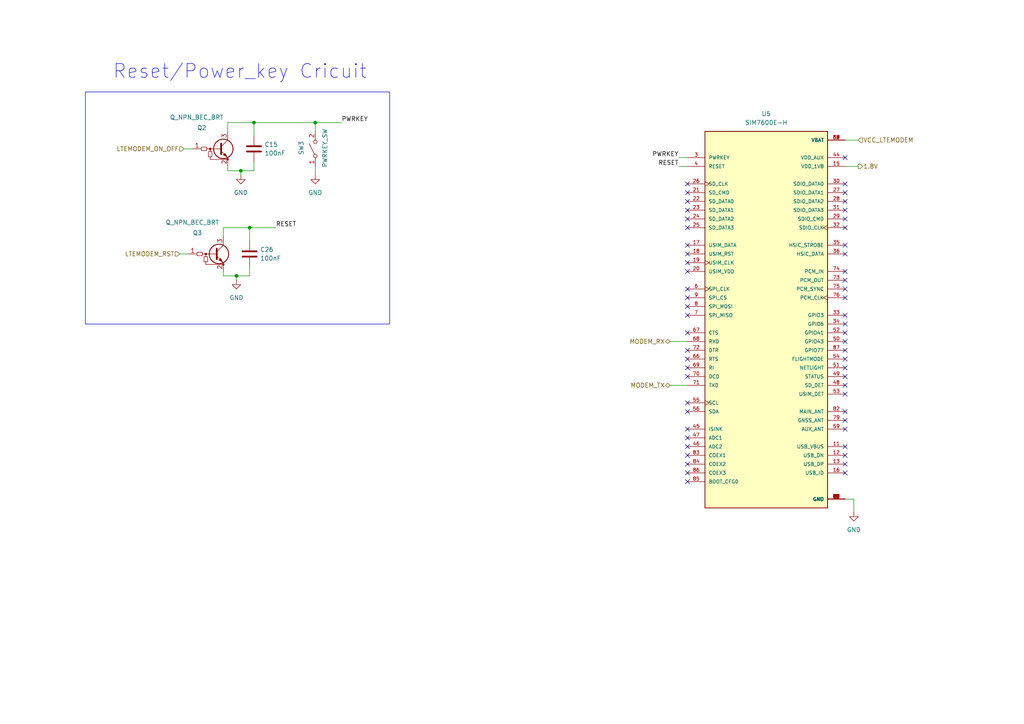
<source format=kicad_sch>
(kicad_sch (version 20231120) (generator "eeschema") (generator_version "8.0")
  (paper "A4")
  (lib_symbols
    (symbol "Device:C" (pin_numbers hide) (pin_names (offset 0.254))
      (property "Reference" "C" (at 0.635 2.54 0))
      (property "Value" "C" (at 0.635 -2.54 0))
      (symbol "C_0_1"
        (polyline (pts (xy -2.032 -0.762) (xy 2.032 -0.762)) (stroke (width 0.508)))
        (polyline (pts (xy -2.032 0.762) (xy 2.032 0.762)) (stroke (width 0.508)))
      )
      (symbol "C_1_1"
        (pin passive line (at 0 3.81 270) (length 2.794) (name "~") (number "1"))
        (pin passive line (at 0 -3.81 90) (length 2.794) (name "~") (number "2"))
      )
    )
    (symbol "Device:Q_NPN_BEC_BRT" (pin_names hide)
      (property "Reference" "Q" (at 3.81 1.27 0))
      (property "Value" "Q_NPN_BEC_BRT" (at 3.81 -1.27 0))
      (symbol "Q_NPN_BEC_BRT_0_1"
        (rectangle (start -6.35 0.508) (end -4.826 -0.508))
        (rectangle (start -4.318 -2.286) (end -3.302 -0.762))
        (circle (center -3.81 0) (radius 0.254) (fill (type outline)))
        (polyline (pts (xy -3.81 -0.762) (xy -3.81 0)))
        (polyline (pts (xy -0.762 0) (xy -4.826 0)))
        (polyline (pts (xy -0.635 1.524) (xy -0.635 -1.524)) (stroke (width 0.508)))
        (polyline (pts (xy -3.81 -2.286) (xy -3.81 -3.048) (xy 1.27 -3.048)))
        (circle (center 1.27 -3.048) (radius 0.254) (fill (type outline)))
      )
      (symbol "Q_NPN_BEC_BRT_1_1"
        (polyline (pts (xy -0.635 0.635) (xy 1.27 2.54)))
        (polyline (pts (xy -0.635 -0.635) (xy 1.27 -2.54) (xy 1.27 -2.54)))
        (polyline (pts (xy 0 -1.778) (xy 0.508 -1.27) (xy 1.016 -2.286) (xy 0 -1.778) (xy 0 -1.778)) (fill (type outline)))
        (circle (center 0 0) (radius 2.8194) (stroke (width 0.254)))
        (pin input line (at -8.89 0 0) (length 2.54) (name "B") (number "1"))
        (pin passive line (at 1.27 -5.08 90) (length 2.54) (name "E") (number "2"))
        (pin passive line (at 1.27 5.08 270) (length 2.54) (name "C") (number "3"))
      )
    )
    (symbol "LTE_Modem:SIM7600E-H" (pin_names (offset 1.016))
      (property "Reference" "U5" (at 0 60.96 0))
      (property "Value" "SIM7600E-H" (at 0 58.42 0))
      (symbol "SIM7600E-H_0_0"
        (rectangle (start -17.78 -53.34) (end 17.78 55.88) (stroke (width 0.254)) (fill (type background)))
        (pin power_in line (at 22.86 -50.8 180) (length 5.08) (name "GND") (number "1"))
        (pin power_in line (at 22.86 -50.8 180) (length 5.08) (name "GND") (number "10"))
        (pin input line (at 22.86 -35.56 180) (length 5.08) (name "USB_VBUS") (number "11"))
        (pin bidirectional line (at 22.86 -38.1 180) (length 5.08) (name "USB_DN") (number "12"))
        (pin bidirectional line (at 22.86 -40.64 180) (length 5.08) (name "USB_DP") (number "13"))
        (pin power_in line (at 22.86 -50.8 180) (length 5.08) (name "GND") (number "14"))
        (pin power_out line (at 22.86 45.72 180) (length 5.08) (name "VDD_1V8") (number "15"))
        (pin input line (at 22.86 -43.18 180) (length 5.08) (name "USB_ID") (number "16"))
        (pin bidirectional line (at -22.86 22.86 0) (length 5.08) (name "USIM_DATA") (number "17"))
        (pin output line (at -22.86 20.32 0) (length 5.08) (name "USIM_RST") (number "18"))
        (pin output clock (at -22.86 17.78 0) (length 5.08) (name "USIM_CLK") (number "19"))
        (pin power_in line (at 22.86 -50.8 180) (length 5.08) (name "GND") (number "2"))
        (pin output line (at -22.86 15.24 0) (length 5.08) (name "USIM_VDD") (number "20"))
        (pin output line (at -22.86 38.1 0) (length 5.08) (name "SD_CMD") (number "21"))
        (pin bidirectional line (at -22.86 35.56 0) (length 5.08) (name "SD_DATA0") (number "22"))
        (pin bidirectional line (at -22.86 33.02 0) (length 5.08) (name "SD_DATA1") (number "23"))
        (pin bidirectional line (at -22.86 30.48 0) (length 5.08) (name "SD_DATA2") (number "24"))
        (pin bidirectional line (at -22.86 27.94 0) (length 5.08) (name "SD_DATA3") (number "25"))
        (pin output clock (at -22.86 40.64 0) (length 5.08) (name "SD_CLK") (number "26"))
        (pin bidirectional line (at 22.86 38.1 180) (length 5.08) (name "SDIO_DATA1") (number "27"))
        (pin bidirectional line (at 22.86 35.56 180) (length 5.08) (name "SDIO_DATA2") (number "28"))
        (pin output line (at 22.86 30.48 180) (length 5.08) (name "SDIO_CMD") (number "29"))
        (pin input line (at -22.86 48.26 0) (length 5.08) (name "PWRKEY") (number "3"))
        (pin bidirectional line (at 22.86 40.64 180) (length 5.08) (name "SDIO_DATA0") (number "30"))
        (pin bidirectional line (at 22.86 33.02 180) (length 5.08) (name "SDIO_DATA3") (number "31"))
        (pin output clock (at 22.86 27.94 180) (length 5.08) (name "SDIO_CLK") (number "32"))
        (pin bidirectional line (at 22.86 2.54 180) (length 5.08) (name "GPIO3") (number "33"))
        (pin bidirectional line (at 22.86 0 180) (length 5.08) (name "GPIO6") (number "34"))
        (pin output line (at 22.86 22.86 180) (length 5.08) (name "HSIC_STROBE") (number "35"))
        (pin bidirectional line (at 22.86 20.32 180) (length 5.08) (name "HSIC_DATA") (number "36"))
        (pin power_in line (at 22.86 -50.8 180) (length 5.08) (name "GND") (number "37"))
        (pin power_in line (at 22.86 53.34 180) (length 5.08) (name "VBAT") (number "38"))
        (pin power_in line (at 22.86 53.34 180) (length 5.08) (name "VBAT") (number "39"))
        (pin input line (at -22.86 45.72 0) (length 5.08) (name "RESET") (number "4"))
        (pin power_in line (at 22.86 -50.8 180) (length 5.08) (name "GND") (number "40"))
        (pin power_in line (at 22.86 -50.8 180) (length 5.08) (name "GND") (number "41"))
        (pin power_in line (at 22.86 -50.8 180) (length 5.08) (name "GND") (number "43"))
        (pin output line (at 22.86 48.26 180) (length 5.08) (name "VDD_AUX") (number "44"))
        (pin input line (at -22.86 -30.48 0) (length 5.08) (name "ISINK") (number "45"))
        (pin input line (at -22.86 -35.56 0) (length 5.08) (name "ADC2") (number "46"))
        (pin input line (at -22.86 -33.02 0) (length 5.08) (name "ADC1") (number "47"))
        (pin bidirectional line (at 22.86 -17.78 180) (length 5.08) (name "SD_DET") (number "48"))
        (pin output line (at 22.86 -15.24 180) (length 5.08) (name "STATUS") (number "49"))
        (pin power_in line (at 22.86 -50.8 180) (length 5.08) (name "GND") (number "5"))
        (pin bidirectional line (at 22.86 -5.08 180) (length 5.08) (name "GPIO43") (number "50"))
        (pin output line (at 22.86 -12.7 180) (length 5.08) (name "NETLIGHT") (number "51"))
        (pin bidirectional line (at 22.86 -2.54 180) (length 5.08) (name "GPIO41") (number "52"))
        (pin bidirectional line (at 22.86 -20.32 180) (length 5.08) (name "USIM_DET") (number "53"))
        (pin input line (at 22.86 -10.16 180) (length 5.08) (name "FLIGHTMODE") (number "54"))
        (pin output clock (at -22.86 -22.86 0) (length 5.08) (name "SCL") (number "55"))
        (pin bidirectional line (at -22.86 -25.4 0) (length 5.08) (name "SDA") (number "56"))
        (pin power_in line (at 22.86 -50.8 180) (length 5.08) (name "GND") (number "57"))
        (pin power_in line (at 22.86 -50.8 180) (length 5.08) (name "GND") (number "58"))
        (pin input line (at 22.86 -30.48 180) (length 5.08) (name "AUX_ANT") (number "59"))
        (pin output clock (at -22.86 10.16 0) (length 5.08) (name "SPI_CLK") (number "6"))
        (pin power_in line (at 22.86 -50.8 180) (length 5.08) (name "GND") (number "60"))
        (pin power_in line (at 22.86 -50.8 180) (length 5.08) (name "GND") (number "61"))
        (pin power_in line (at 22.86 53.34 180) (length 5.08) (name "VBAT") (number "62"))
        (pin power_in line (at 22.86 53.34 180) (length 5.08) (name "VBAT") (number "63"))
        (pin power_in line (at 22.86 -50.8 180) (length 5.08) (name "GND") (number "64"))
        (pin power_in line (at 22.86 -50.8 180) (length 5.08) (name "GND") (number "65"))
        (pin output line (at -22.86 -10.16 0) (length 5.08) (name "RTS") (number "66"))
        (pin input line (at -22.86 -2.54 0) (length 5.08) (name "CTS") (number "67"))
        (pin input line (at -22.86 -5.08 0) (length 5.08) (name "RXD") (number "68"))
        (pin output line (at -22.86 -12.7 0) (length 5.08) (name "RI") (number "69"))
        (pin input line (at -22.86 2.54 0) (length 5.08) (name "SPI_MISO") (number "7"))
        (pin output line (at -22.86 -15.24 0) (length 5.08) (name "DCD") (number "70"))
        (pin output line (at -22.86 -17.78 0) (length 5.08) (name "TXD") (number "71"))
        (pin input line (at -22.86 -7.62 0) (length 5.08) (name "DTR") (number "72"))
        (pin output line (at 22.86 12.7 180) (length 5.08) (name "PCM_OUT") (number "73"))
        (pin input line (at 22.86 15.24 180) (length 5.08) (name "PCM_IN") (number "74"))
        (pin output line (at 22.86 10.16 180) (length 5.08) (name "PCM_SYNC") (number "75"))
        (pin output clock (at 22.86 7.62 180) (length 5.08) (name "PCM_CLK") (number "76"))
        (pin power_in line (at 22.86 -50.8 180) (length 5.08) (name "GND") (number "77"))
        (pin power_in line (at 22.86 -50.8 180) (length 5.08) (name "GND") (number "78"))
        (pin bidirectional line (at 22.86 -27.94 180) (length 5.08) (name "GNSS_ANT") (number "79"))
        (pin output line (at -22.86 5.08 0) (length 5.08) (name "SPI_MOSI") (number "8"))
        (pin power_in line (at 22.86 -50.8 180) (length 5.08) (name "GND") (number "80"))
        (pin power_in line (at 22.86 -50.8 180) (length 5.08) (name "GND") (number "81"))
        (pin bidirectional line (at 22.86 -25.4 180) (length 5.08) (name "MAIN_ANT") (number "82"))
        (pin bidirectional line (at -22.86 -38.1 0) (length 5.08) (name "COEX1") (number "83"))
        (pin bidirectional line (at -22.86 -40.64 0) (length 5.08) (name "COEX2") (number "84"))
        (pin input line (at -22.86 -45.72 0) (length 5.08) (name "BOOT_CFG0") (number "85"))
        (pin bidirectional line (at -22.86 -43.18 0) (length 5.08) (name "COEX3") (number "86"))
        (pin bidirectional line (at 22.86 -7.62 180) (length 5.08) (name "GPIO77") (number "87"))
        (pin output line (at -22.86 7.62 0) (length 5.08) (name "SPI_CS") (number "9"))
      )
    )
    (symbol "Switch:SW_SPST" (pin_names (offset 0) hide)
      (property "Reference" "SW" (at 0 3.175 0))
      (property "Value" "SW_SPST" (at 0 -2.54 0))
      (symbol "SW_SPST_0_0"
        (circle (center -2.032 0) (radius 0.508))
        (polyline (pts (xy -1.524 0.254) (xy 1.524 1.778)))
        (circle (center 2.032 0) (radius 0.508))
      )
      (symbol "SW_SPST_1_1"
        (pin passive line (at -5.08 0 0) (length 2.54) (name "A") (number "1"))
        (pin passive line (at 5.08 0 180) (length 2.54) (name "B") (number "2"))
      )
    )
    (symbol "power:GND" (power) (pin_numbers hide) (pin_names (offset 0) hide)
      (property "Value" "GND" (at 0 -3.81 0))
      (symbol "GND_0_1"
        (polyline (pts (xy 0 0) (xy 0 -1.27) (xy 1.27 -1.27) (xy 0 -2.54) (xy -1.27 -1.27) (xy 0 -1.27)))
      )
      (symbol "GND_1_1"
        (pin power_in line (at 0 0 270) (length 0) (name "~") (number "1"))
      )
    )
  )
  (junction (at 72.39 66.04))
  (junction (at 68.58 80.01))
  (junction (at 69.85 49.53))
  (junction (at 73.66 35.56))
  (junction (at 91.44 35.56))
  (no_connect (at 199.39 134.62))
  (no_connect (at 245.11 93.98))
  (no_connect (at 199.39 53.34))
  (no_connect (at 245.11 106.68))
  (no_connect (at 245.11 124.46))
  (no_connect (at 245.11 101.6))
  (no_connect (at 199.39 96.52))
  (no_connect (at 245.11 104.14))
  (no_connect (at 199.39 58.42))
  (no_connect (at 245.11 81.28))
  (no_connect (at 245.11 58.42))
  (no_connect (at 245.11 45.72))
  (no_connect (at 199.39 78.74))
  (no_connect (at 199.39 88.9))
  (no_connect (at 199.39 119.38))
  (no_connect (at 245.11 109.22))
  (no_connect (at 245.11 96.52))
  (no_connect (at 245.11 129.54))
  (no_connect (at 245.11 114.3))
  (no_connect (at 199.39 71.12))
  (no_connect (at 245.11 132.08))
  (no_connect (at 199.39 76.2))
  (no_connect (at 199.39 86.36))
  (no_connect (at 245.11 60.96))
  (no_connect (at 245.11 78.74))
  (no_connect (at 245.11 91.44))
  (no_connect (at 245.11 63.5))
  (no_connect (at 199.39 63.5))
  (no_connect (at 245.11 134.62))
  (no_connect (at 199.39 139.7))
  (no_connect (at 199.39 101.6))
  (no_connect (at 199.39 83.82))
  (no_connect (at 245.11 83.82))
  (no_connect (at 245.11 73.66))
  (no_connect (at 245.11 71.12))
  (no_connect (at 245.11 137.16))
  (no_connect (at 199.39 66.04))
  (no_connect (at 199.39 124.46))
  (no_connect (at 199.39 132.08))
  (no_connect (at 199.39 55.88))
  (no_connect (at 199.39 91.44))
  (no_connect (at 245.11 99.06))
  (no_connect (at 199.39 60.96))
  (no_connect (at 199.39 73.66))
  (no_connect (at 245.11 121.92))
  (no_connect (at 245.11 53.34))
  (no_connect (at 245.11 66.04))
  (no_connect (at 199.39 129.54))
  (no_connect (at 245.11 86.36))
  (no_connect (at 199.39 137.16))
  (no_connect (at 199.39 127))
  (no_connect (at 199.39 109.22))
  (no_connect (at 199.39 116.84))
  (no_connect (at 245.11 119.38))
  (no_connect (at 245.11 111.76))
  (no_connect (at 245.11 55.88))
  (no_connect (at 199.39 104.14))
  (no_connect (at 199.39 106.68))
  (wire (pts (xy 64.77 80.01) (xy 64.77 78.74)))
  (wire (pts (xy 66.04 35.56) (xy 73.66 35.56)))
  (wire (pts (xy 66.04 49.53) (xy 66.04 48.26)))
  (wire (pts (xy 73.66 35.56) (xy 73.66 39.37)))
  (wire (pts (xy 69.85 49.53) (xy 69.85 50.8)))
  (wire (pts (xy 69.85 49.53) (xy 66.04 49.53)))
  (wire (pts (xy 68.58 80.01) (xy 68.58 81.28)))
  (wire (pts (xy 247.65 148.59) (xy 247.65 144.78)))
  (wire (pts (xy 72.39 66.04) (xy 80.01 66.04)))
  (wire (pts (xy 196.85 45.72) (xy 199.39 45.72)))
  (wire (pts (xy 196.85 48.26) (xy 199.39 48.26)))
  (wire (pts (xy 64.77 66.04) (xy 72.39 66.04)))
  (wire (pts (xy 64.77 68.58) (xy 64.77 66.04)))
  (wire (pts (xy 52.07 73.66) (xy 54.61 73.66)))
  (wire (pts (xy 68.58 80.01) (xy 64.77 80.01)))
  (wire (pts (xy 91.44 35.56) (xy 91.44 38.1)))
  (wire (pts (xy 245.11 40.64) (xy 248.92 40.64)))
  (wire (pts (xy 53.34 43.18) (xy 55.88 43.18)))
  (wire (pts (xy 247.65 144.78) (xy 245.11 144.78)))
  (wire (pts (xy 72.39 66.04) (xy 72.39 69.85)))
  (wire (pts (xy 194.31 99.06) (xy 199.39 99.06)))
  (wire (pts (xy 72.39 77.47) (xy 72.39 80.01)))
  (wire (pts (xy 66.04 38.1) (xy 66.04 35.56)))
  (wire (pts (xy 91.44 35.56) (xy 99.06 35.56)))
  (wire (pts (xy 68.58 80.01) (xy 72.39 80.01)))
  (wire (pts (xy 73.66 35.56) (xy 91.44 35.56)))
  (wire (pts (xy 194.31 111.76) (xy 199.39 111.76)))
  (wire (pts (xy 69.85 49.53) (xy 73.66 49.53)))
  (wire (pts (xy 73.66 46.99) (xy 73.66 49.53)))
  (wire (pts (xy 245.11 48.26) (xy 248.92 48.26)))
  (wire (pts (xy 91.44 48.26) (xy 91.44 50.8)))
  (rectangle (start 24.765 26.67) (end 113.03 93.98))
  (text "Reset/Power_key Cricuit" (at 69.596 20.828 0) (effects (font (size 4 4))))
  (label "PWRKEY" (at 99.06 35.56 0))
  (label "RESET" (at 80.01 66.04 0))
  (label "RESET" (at 196.85 48.26 180))
  (label "PWRKEY" (at 196.85 45.72 180))
  (hierarchical_label "LTEMODEM_RST" (shape input) (at 52.07 73.66 180))
  (hierarchical_label "1.8V" (shape output) (at 248.92 48.26 0))
  (hierarchical_label "MODEM_TX" (shape bidirectional) (at 194.31 111.76 180))
  (hierarchical_label "MODEM_RX" (shape bidirectional) (at 194.31 99.06 180))
  (hierarchical_label "LTEMODEM_ON_OFF" (shape input) (at 53.34 43.18 180))
  (hierarchical_label "VCC_LTEMODEM" (shape input) (at 248.92 40.64 0))
  (symbol (lib_id "Device:Q_NPN_BEC_BRT") (at 63.5 73.66 0) (unit 1)
    (property "Reference" "Q3" (at 55.88 67.564 0) (effects (justify left)))
    (property "Value" "Q_NPN_BEC_BRT" (at 48.006 64.516 0) (effects (justify left)))
    (property "Footprint" "Package_TO_SOT_SMD:SOT-23" (effects (hide yes)))
    (property "Description" "NPN bias resistor transistor, base/emitter/collector" (effects (hide yes)))
  )
  (symbol (lib_id "power:GND") (at 69.85 50.8 0) (unit 1)
    (property "Reference" "#PWR019" (effects (hide yes)))
    (property "Value" "GND" (at 69.85 55.88 0))
    (property "Description" "Power symbol creates a global label with name \"GND\" , ground" (effects (hide yes)))
  )
  (symbol (lib_id "LTE_Modem:SIM7600E-H") (at 222.25 93.98 0) (unit 1)
    (property "Reference" "U5" (at 222.25 33.02 0))
    (property "Value" "SIM7600E-H" (at 222.25 35.56 0))
    (property "Footprint" "LTE_MODEM:IC_SIM7600E-H" (effects (hide yes)))
    (property "MF" "SIMCom" (effects (hide yes)))
    (property "Description_1" "\nCellular EDGE, GPRS, GSM, HSPA+, LTE, UMTS Transceiver Module 900MHz, 1.8GHz Antenna Not Included Surface Mount\n" (effects (hide yes)))
    (property "Package" "Package" (effects (hide yes)))
    (property "Price" "None" (effects (hide yes)))
    (property "SnapEDA_Link" "https://www.snapeda.com/parts/SIM7600E-H/SIMCom/view-part/?ref=snap" (effects (hide yes)))
    (property "MP" "SIM7600E-H" (effects (hide yes)))
    (property "M_PART_NUMBER" "SIM7600E-H" (effects (hide yes)))
    (property "Availability" "In Stock" (effects (hide yes)))
    (property "Check_prices" "https://www.snapeda.com/parts/SIM7600E-H/SIMCom/view-part/?ref=eda" (effects (hide yes)))
  )
  (symbol (lib_id "power:GND") (at 247.65 148.59 0) (unit 1)
    (property "Reference" "#PWR024" (effects (hide yes)))
    (property "Value" "GND" (at 247.65 153.67 0))
    (property "Description" "Power symbol creates a global label with name \"GND\" , ground" (effects (hide yes)))
  )
  (symbol (lib_id "Device:C") (at 73.66 43.18 0) (unit 1)
    (property "Reference" "C15" (at 76.708 41.91 0) (effects (justify left)))
    (property "Value" "100nF" (at 76.708 44.45 0) (effects (justify left)))
    (property "Footprint" "Capacitor_SMD:C_0603_1608Metric_Pad1.08x0.95mm_HandSolder" (effects (hide yes)))
    (property "Description" "Unpolarized capacitor" (effects (hide yes)))
  )
  (symbol (lib_id "power:GND") (at 68.58 81.28 0) (unit 1)
    (property "Reference" "#PWR023" (effects (hide yes)))
    (property "Value" "GND" (at 68.58 86.36 0))
    (property "Description" "Power symbol creates a global label with name \"GND\" , ground" (effects (hide yes)))
  )
  (symbol (lib_id "Switch:SW_SPST") (at 91.44 43.18 90) (unit 1)
    (property "Reference" "SW3" (at 87.376 42.926 0))
    (property "Value" "PWRKEY_SW" (at 94.234 42.926 0))
    (property "Footprint" "Button_Switch_SMD:SW_Tactile_SPST_NO_Straight_CK_PTS636Sx25SMTRLFS" (effects (hide yes)))
    (property "Description" "Single Pole Single Throw (SPST) switch" (effects (hide yes)))
  )
  (symbol (lib_id "Device:Q_NPN_BEC_BRT") (at 64.77 43.18 0) (unit 1)
    (property "Reference" "Q2" (at 57.15 37.084 0) (effects (justify left)))
    (property "Value" "Q_NPN_BEC_BRT" (at 49.276 34.036 0) (effects (justify left)))
    (property "Footprint" "Package_TO_SOT_SMD:SOT-23" (effects (hide yes)))
    (property "Description" "NPN bias resistor transistor, base/emitter/collector" (effects (hide yes)))
  )
  (symbol (lib_id "Device:C") (at 72.39 73.66 0) (unit 1)
    (property "Reference" "C26" (at 75.438 72.39 0) (effects (justify left)))
    (property "Value" "100nF" (at 75.438 74.93 0) (effects (justify left)))
    (property "Footprint" "Capacitor_SMD:C_0603_1608Metric_Pad1.08x0.95mm_HandSolder" (effects (hide yes)))
    (property "Description" "Unpolarized capacitor" (effects (hide yes)))
  )
  (symbol (lib_id "power:GND") (at 91.44 50.8 0) (unit 1)
    (property "Reference" "#PWR022" (effects (hide yes)))
    (property "Value" "GND" (at 91.44 55.88 0))
    (property "Description" "Power symbol creates a global label with name \"GND\" , ground" (effects (hide yes)))
  )
)
</source>
